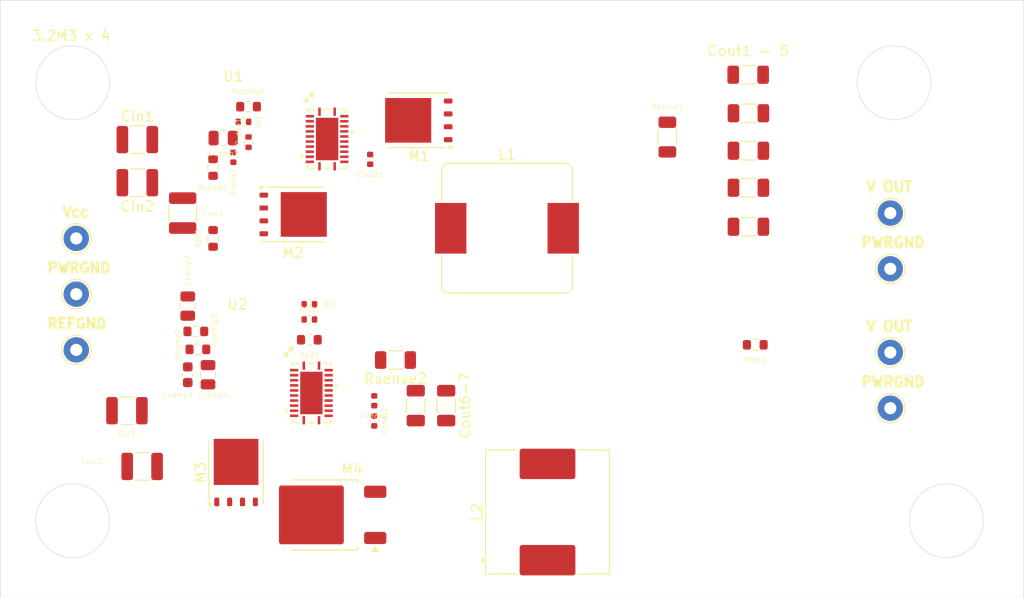
<source format=kicad_pcb>
(kicad_pcb (version 20241229) (generator "pcbnew") (generator_version "9.0")
  (layers (0 "F.Cu" signal) (4 "In1.Cu" mixed) (6 "In2.Cu" mixed) (2 "B.Cu" signal) (13 "F.Paste" user) (15 "B.Paste" user) (5 "F.SilkS" user "F.Silkscreen") (7 "B.SilkS" user "B.Silkscreen") (1 "F.Mask" user) (3 "B.Mask" user) (25 "Edge.Cuts" user))
  (net 0 "")
  (net 1 "Net-(U1-CBOOT)")
  (net 2 "Net-(M2-D)")
  (net 3 "Net-(M4-D)")
  (net 4 "Net-(U2-CBOOT)")
  (net 5 "GNDREF")
  (net 6 "Net-(Ccomp1-Pad1)")
  (net 7 "Net-(U1-EXTCOMP)")
  (net 8 "Net-(Ccomp3-Pad2)")
  (net 9 "Net-(U2-EXTCOMP)")
  (net 10 "GNDPWR")
  (net 11 "VCC")
  (net 12 "Net-(Con2-Pin_1)")
  (net 13 "Net-(Con3-Pin_1)")
  (net 14 "Net-(U1-VCC)")
  (net 15 "Net-(U2-VCC)")
  (net 16 "Net-(U1-PFM{slash}SYNC)")
  (net 17 "Net-(U2-PFM{slash}SYNC)")
  (net 18 "Net-(U1-ISNS+)")
  (net 19 "Net-(U2-ISNS+)")
  (net 20 "Net-(M1-G)")
  (net 21 "Net-(M2-G)")
  (net 22 "Net-(M3-G)")
  (net 23 "Net-(M4-G)")
  (net 24 "Net-(U1-CNFG)")
  (net 25 "Net-(U2-CNFG)")
  (net 26 "Net-(U2-FB)")
  (net 27 "Net-(U1-PG{slash}SYNCOUT)")
  (net 28 "Net-(U2-PG{slash}SYNCOUT)")
  (net 29 "Net-(U1-RT)")
  (net 30 "Net-(U2-RT)")
  (net 31 "Net-(U1-FB)")
  (footprint "Resistor_SMD:R_0402_1005Metric" (layer "F.Cu") (at 70 50 180)
    (property "Reference" "Rfbt1" (at 0 1 0) (layer "F.SilkS") (effects (font (size 0.5 0.5) (thickness 0.05))))
    (property "Value" "232K")
    (fp_line (start -0.153641 0.38) (end 0.153641 0.38) (stroke (width 0.12)) (layer "F.SilkS"))
    (fp_line (start -0.153641 -0.38) (end 0.153641 -0.38) (stroke (width 0.12)) (layer "F.SilkS"))
    (pad "1" smd roundrect (at -0.51 0 180) (size 0.54 0.64) (layers "F.Cu" "F.Mask" "F.Paste") (net 13 "Net-(Con3-Pin_1)"))
    (pad "2" smd roundrect (at 0.51 0 180) (size 0.54 0.64) (layers "F.Cu" "F.Mask" "F.Paste") (net 26 "Net-(U2-FB)"))
  )
  (footprint "Resistor_SMD:R_0603_1608Metric" (layer "F.Cu") (at 70 52)
    (property "Reference" "Rpg2" (at 0 1.5 0) (layer "F.SilkS") (effects (font (size 0.5 0.5) (thickness 0.05))))
    (property "Value" "100k")
    (fp_line (start -0.237258 -0.5225) (end 0.237258 -0.5225) (stroke (width 0.12)) (layer "F.SilkS"))
    (fp_line (start -0.237258 0.5225) (end 0.237258 0.5225) (stroke (width 0.12)) (layer "F.SilkS"))
    (pad "1" smd roundrect (at -0.825 0) (size 0.8 0.95) (layers "F.Cu" "F.Mask" "F.Paste") (net 15 "Net-(U2-VCC)"))
    (pad "2" smd roundrect (at 0.825 0) (size 0.8 0.95) (layers "F.Cu" "F.Mask" "F.Paste") (net 28 "Net-(U2-PG{slash}SYNCOUT)"))
  )
  (footprint "Capacitor_SMD:C_0402_1005Metric" (layer "F.Cu") (at 76.4036 58.02 -90)
    (property "Reference" "Cvdda2" (at 1.5 0 180) (layer "F.SilkS") (effects (font (size 0.5 0.5) (thickness 0.05))))
    (property "Value" "100n")
    (fp_line (start -0.107836 0.36) (end 0.107836 0.36) (stroke (width 0.12)) (layer "F.SilkS"))
    (fp_line (start -0.107836 -0.36) (end 0.107836 -0.36) (stroke (width 0.12)) (layer "F.SilkS"))
    (pad "1" smd roundrect (at -0.48 0 270) (size 0.56 0.62) (layers "F.Cu" "F.Mask" "F.Paste") (net 17 "Net-(U2-PFM{slash}SYNC)"))
    (pad "2" smd roundrect (at 0.48 0 270) (size 0.56 0.62) (layers "F.Cu" "F.Mask" "F.Paste") (net 5 "GNDREF"))
  )
  (footprint "Capacitor_SMD:C_0402_1005Metric" (layer "F.Cu") (at 76.4036 60.02 -90)
    (property "Reference" "Cboot2" (at 0 -1 90) (layer "F.SilkS") (effects (font (size 0.5 0.5) (thickness 0.05))))
    (property "Value" "100n")
    (fp_line (start -0.107836 0.36) (end 0.107836 0.36) (stroke (width 0.12)) (layer "F.SilkS"))
    (fp_line (start -0.107836 -0.36) (end 0.107836 -0.36) (stroke (width 0.12)) (layer "F.SilkS"))
    (pad "1" smd roundrect (at -0.48 0 270) (size 0.56 0.62) (layers "F.Cu" "F.Mask" "F.Paste") (net 4 "Net-(U2-CBOOT)"))
    (pad "2" smd roundrect (at 0.48 0 270) (size 0.56 0.62) (layers "F.Cu" "F.Mask" "F.Paste") (net 3 "Net-(M4-D)"))
  )
  (footprint "Resistor_SMD:R_0402_1005Metric" (layer "F.Cu") (at 70 48.5 180)
    (property "Reference" "Rt2" (at -2 0 0) (layer "F.SilkS") (effects (font (size 0.5 0.5) (thickness 0.05))))
    (property "Value" "29.4K")
    (fp_line (start -0.153641 0.38) (end 0.153641 0.38) (stroke (width 0.12)) (layer "F.SilkS"))
    (fp_line (start -0.153641 -0.38) (end 0.153641 -0.38) (stroke (width 0.12)) (layer "F.SilkS"))
    (pad "1" smd roundrect (at -0.51 0 180) (size 0.54 0.64) (layers "F.Cu" "F.Mask" "F.Paste") (net 5 "GNDREF"))
    (pad "2" smd roundrect (at 0.51 0 180) (size 0.54 0.64) (layers "F.Cu" "F.Mask" "F.Paste") (net 30 "Net-(U2-RT)"))
  )
  (footprint "Capacitor_SMD:C_0805_2012Metric" (layer "F.Cu") (at 60 55.45 90)
    (property "Reference" "Ccomp4" (at -2 0.5 180) (layer "F.SilkS") (effects (font (size 0.5 0.5) (thickness 0.05))))
    (property "Value" "68p")
    (fp_line (start -0.261252 -0.735) (end 0.261252 -0.735) (stroke (width 0.12)) (layer "F.SilkS"))
    (fp_line (start -0.261252 0.735) (end 0.261252 0.735) (stroke (width 0.12)) (layer "F.SilkS"))
    (pad "1" smd roundrect (at -0.95 0 90) (size 1 1.45) (layers "F.Cu" "F.Mask" "F.Paste") (net 5 "GNDREF"))
    (pad "2" smd roundrect (at 0.95 0 90) (size 1 1.45) (layers "F.Cu" "F.Mask" "F.Paste") (net 9 "Net-(U2-EXTCOMP)"))
  )
  (footprint "Capacitor_SMD:C_1210_3225Metric" (layer "F.Cu") (at 52 59 180)
    (property "Reference" "Cin3" (at 0 -2.3 0) (layer "F.SilkS") (effects (font (size 0.5 0.5) (thickness 0.05))))
    (property "Value" "3.3u")
    (fp_line (start -0.711252 1.36) (end 0.711252 1.36) (stroke (width 0.12)) (layer "F.SilkS"))
    (fp_line (start -0.711252 -1.36) (end 0.711252 -1.36) (stroke (width 0.12)) (layer "F.SilkS"))
    (pad "1" smd roundrect (at -1.475 0 180) (size 1.15 2.7) (layers "F.Cu" "F.Mask" "F.Paste") (roundrect_rratio 0.217391) (net 11 "VCC"))
    (pad "2" smd roundrect (at 1.475 0 180) (size 1.15 2.7) (layers "F.Cu" "F.Mask" "F.Paste") (roundrect_rratio 0.217391) (net 10 "GNDPWR"))
  )
  (footprint "Resistor_SMD:R_0603_1608Metric" (layer "F.Cu") (at 114 52.5)
    (property "Reference" "Rfbb1" (at 0 1.5 0) (layer "F.SilkS") (effects (font (size 0.5 0.5) (thickness 0.05))))
    (property "Value" "10K")
    (fp_line (start -0.237258 -0.5225) (end 0.237258 -0.5225) (stroke (width 0.12)) (layer "F.SilkS"))
    (fp_line (start -0.237258 0.5225) (end 0.237258 0.5225) (stroke (width 0.12)) (layer "F.SilkS"))
    (pad "1" smd roundrect (at -0.825 0) (size 0.8 0.95) (layers "F.Cu" "F.Mask" "F.Paste") (net 26 "Net-(U2-FB)"))
    (pad "2" smd roundrect (at 0.825 0) (size 0.8 0.95) (layers "F.Cu" "F.Mask" "F.Paste") (net 10 "GNDPWR"))
  )
  (footprint "Wire Holes:Vout Holed" (layer "F.Cu") (at 127.325 39.5)
    (property "Reference" "Con2" (hide yes))
    (property "Value" "12V Out" (hide yes))
    (fp_circle (center 0 0) (end 0 1.45) (stroke (width 0.12)) (fill no) (layer "F.SilkS"))
    (fp_circle (center 0 5.5) (end 0 6.95) (stroke (width 0.12)) (fill no) (layer "F.SilkS"))
    (fp_text user "V OUT" (at -2.5 -2 0) (layer "F.SilkS") (effects (font (thickness 0.25) (bold yes)) (justify left bottom)))
    (fp_text user "PWRGND" (at -3 3.5 0) (layer "F.SilkS") (effects (font (thickness 0.25) (bold yes)) (justify left bottom)))
    (pad "1" thru_hole circle (at 0 0) (size 2.5 2.5) (drill 1.2) (layers "*.Cu" "*.Mask") (net 12 "Net-(Con2-Pin_1)"))
    (pad "2" thru_hole circle (at 0 5.5) (size 2.5 2.5) (drill 1.2) (layers "*.Cu" "*.Mask") (net 10 "GNDPWR"))
  )
  (footprint "Resistor_SMD:R_0603_1608Metric" (layer "F.Cu") (at 58.8 51.175)
    (property "Reference" "Rconfig2" (at 1.825 0 90) (layer "F.SilkS") (effects (font (size 0.5 0.5) (thickness 0.05))))
    (property "Value" "40.2K")
    (fp_line (start -0.237258 -0.5225) (end 0.237258 -0.5225) (stroke (width 0.12)) (layer "F.SilkS"))
    (fp_line (start -0.237258 0.5225) (end 0.237258 0.5225) (stroke (width 0.12)) (layer "F.SilkS"))
    (pad "1" smd roundrect (at -0.825 0) (size 0.8 0.95) (layers "F.Cu" "F.Mask" "F.Paste") (net 5 "GNDREF"))
    (pad "2" smd roundrect (at 0.825 0) (size 0.8 0.95) (layers "F.Cu" "F.Mask" "F.Paste") (net 25 "Net-(U2-CNFG)"))
  )
  (footprint "Resistor_SMD:R_0603_1608Metric" (layer "F.Cu") (at 60.5 42 -90)
    (property "Reference" "Rpg1" (at 0 1.5 90) (layer "F.SilkS") (effects (font (size 0.5 0.5) (thickness 0.05))))
    (property "Value" "100K")
    (fp_line (start -0.237258 0.5225) (end 0.237258 0.5225) (stroke (width 0.12)) (layer "F.SilkS"))
    (fp_line (start -0.237258 -0.5225) (end 0.237258 -0.5225) (stroke (width 0.12)) (layer "F.SilkS"))
    (pad "1" smd roundrect (at -0.825 0 270) (size 0.8 0.95) (layers "F.Cu" "F.Mask" "F.Paste") (net 14 "Net-(U1-VCC)"))
    (pad "2" smd roundrect (at 0.825 0 270) (size 0.8 0.95) (layers "F.Cu" "F.Mask" "F.Paste") (net 27 "Net-(U1-PG{slash}SYNCOUT)"))
  )
  (footprint "Package_TO_SOT_SMD:TO-252-2" (layer "F.Cu") (at 71.46 69.28 180)
    (property "Reference" "M4" (at -2.74 4.5 0) (layer "F.SilkS"))
    (property "Value" "100V 200A")
    (fp_line (start 3.11 3.45) (end -3.31 3.45) (stroke (width 0.12)) (layer "F.SilkS"))
    (fp_line (start 3.11 -3.45) (end -3.31 -3.45) (stroke (width 0.12)) (layer "F.SilkS"))
    (fp_line (start -3.31 3.45) (end -3.31 3.18) (stroke (width 0.12)) (layer "F.SilkS"))
    (fp_line (start -3.31 -3.45) (end -3.31 -3.18) (stroke (width 0.12)) (layer "F.SilkS"))
    (fp_poly (pts (xy -5.04 -3.14) (xy -5.38 -3.61) (xy -4.7 -3.61)) (stroke (width 0.12)) (fill yes) (layer "F.SilkS"))
    (pad "1" smd roundrect (at -5.04 -2.28 180) (size 2.2 1.2) (layers "F.Cu" "F.Mask" "F.Paste") (roundrect_rratio 0.208333) (net 23 "Net-(M4-G)"))
    (pad "2" smd roundrect (at 1.26 0 180) (size 6.4 5.8) (layers "F.Cu" "F.Mask") (roundrect_rratio 0.043103) (net 3 "Net-(M4-D)"))
    (pad "3" smd roundrect (at -5.04 2.28 180) (size 2.2 1.2) (layers "F.Cu" "F.Mask" "F.Paste") (roundrect_rratio 0.208333) (net 10 "GNDPWR"))
  )
  (footprint "Capacitor_SMD:C_1206_3216Metric" (layer "F.Cu") (at 80.5 58.5 -90)
    (property "Reference" "Cout7" (hide yes))
    (property "Value" "4.7u")
    (fp_line (start -0.711252 0.91) (end 0.711252 0.91) (stroke (width 0.12)) (layer "F.SilkS"))
    (fp_line (start -0.711252 -0.91) (end 0.711252 -0.91) (stroke (width 0.12)) (layer "F.SilkS"))
    (pad "1" smd roundrect (at -1.475 0 270) (size 1.15 1.8) (layers "F.Cu" "F.Mask" "F.Paste") (roundrect_rratio 0.217391) (net 13 "Net-(Con3-Pin_1)"))
    (pad "2" smd roundrect (at 1.475 0 270) (size 1.15 1.8) (layers "F.Cu" "F.Mask" "F.Paste") (roundrect_rratio 0.217391) (net 10 "GNDPWR"))
  )
  (footprint "Resistor_SMD:R_0603_1608Metric" (layer "F.Cu") (at 59 52.95)
    (property "Reference" "Rcomp2" (at -2 -0.5 90) (layer "F.SilkS") (effects (font (size 0.5 0.5) (thickness 0.05))))
    (property "Value" "5.23k")
    (fp_line (start -0.237258 -0.5225) (end 0.237258 -0.5225) (stroke (width 0.12)) (layer "F.SilkS"))
    (fp_line (start -0.237258 0.5225) (end 0.237258 0.5225) (stroke (width 0.12)) (layer "F.SilkS"))
    (pad "1" smd roundrect (at -0.825 0) (size 0.8 0.95) (layers "F.Cu" "F.Mask" "F.Paste") (net 8 "Net-(Ccomp3-Pad2)"))
    (pad "2" smd roundrect (at 0.825 0) (size 0.8 0.95) (layers "F.Cu" "F.Mask" "F.Paste") (net 9 "Net-(U2-EXTCOMP)"))
  )
  (footprint "Package_TO_SOT_SMD:TDSON-8-1" (layer "F.Cu") (at 80.8 30.35 180)
    (property "Reference" "M1" (at 0 -3.5 0) (layer "F.SilkS"))
    (property "Value" "80V 77A")
    (fp_line (start 3.06 2.685) (end -3.06 2.685) (stroke (width 0.12)) (layer "F.SilkS"))
    (fp_line (start 3.06 -2.685) (end -2.62 -2.685) (stroke (width 0.12)) (layer "F.SilkS"))
    (fp_poly (pts (xy -3.131622 -2.42027) (xy -3.371622 -2.75027) (xy -2.891622 -2.75027) (xy -3.131622 -2.42027)) (stroke (width 0.12)) (fill yes) (layer "F.SilkS"))
    (pad "1" smd roundrect (at -2.9 -1.905 180) (size 0.85 0.5) (layers "F.Cu" "F.Mask" "F.Paste") (net 2 "Net-(M2-D)"))
    (pad "2" smd roundrect (at -2.9 -0.635 180) (size 0.85 0.5) (layers "F.Cu" "F.Mask" "F.Paste") (net 2 "Net-(M2-D)"))
    (pad "3" smd roundrect (at -2.9 0.635 180) (size 0.85 0.5) (layers "F.Cu" "F.Mask" "F.Paste") (net 2 "Net-(M2-D)"))
    (pad "4" smd roundrect (at -2.9 1.905 180) (size 0.85 0.5) (layers "F.Cu" "F.Mask" "F.Paste") (net 20 "Net-(M1-G)"))
    (pad "5" smd rect (at 1.05 0 180) (size 4.55 4.41) (layers "F.Cu") (net 11 "VCC"))
  )
  (footprint "Resistor_SMD:R_1206_3216Metric" (layer "F.Cu") (at 105.325 32 -90)
    (property "Reference" "Rsense1" (at -3 0 0) (layer "F.SilkS") (effects (font (size 0.5 0.5) (thickness 0.05))))
    (property "Value" "6m")
    (fp_line (start -0.727064 0.91) (end 0.727064 0.91) (stroke (width 0.12)) (layer "F.SilkS"))
    (fp_line (start -0.727064 -0.91) (end 0.727064 -0.91) (stroke (width 0.12)) (layer "F.SilkS"))
    (pad "1" smd roundrect (at -1.4625 0 270) (size 1.125 1.75) (layers "F.Cu" "F.Mask" "F.Paste") (roundrect_rratio 0.222222) (net 18 "Net-(U1-ISNS+)"))
    (pad "2" smd roundrect (at 1.4625 0 270) (size 1.125 1.75) (layers "F.Cu" "F.Mask" "F.Paste") (roundrect_rratio 0.222222) (net 12 "Net-(Con2-Pin_1)"))
  )
  (footprint "Inductor_SMD:L_Coilcraft_MSS1210-XXX" (layer "F.Cu") (at 93.5 69 90)
    (property "Reference" "L2" (at 0 -6.95 90) (layer "F.SilkS"))
    (property "Value" "10u")
    (fp_line (start 6.11 -6.11) (end 6.11 -3.01) (stroke (width 0.12)) (layer "F.SilkS"))
    (fp_line (start -4.453 -6.11) (end 6.11 -6.11) (stroke (width 0.12)) (layer "F.SilkS"))
    (fp_line (start -6.11 -6.11) (end -5.047 -6.11) (stroke (width 0.12)) (layer "F.SilkS"))
    (fp_line (start -6.11 -3.01) (end -6.11 -6.11) (stroke (width 0.12)) (layer "F.SilkS"))
    (fp_line (start 6.11 3.01) (end 6.11 6.11) (stroke (width 0.12)) (layer "F.SilkS"))
    (fp_line (start 6.11 6.11) (end -6.11 6.11) (stroke (width 0.12)) (layer "F.SilkS"))
    (fp_line (start -6.11 6.11) (end -6.11 3.01) (stroke (width 0.12)) (layer "F.SilkS"))
    (fp_poly (pts (xy -4.75 -6.11) (xy -4.99 -6.44) (xy -4.51 -6.44)) (stroke (width 0.12)) (fill yes) (layer "F.SilkS"))
    (pad "1" smd roundrect (at -4.75 0 90) (size 3 5.5) (layers "F.Cu" "F.Mask" "F.Paste") (roundrect_rratio 0.083333) (net 3 "Net-(M4-D)"))
    (pad "2" smd roundrect (at 4.75 0 90) (size 3 5.5) (layers "F.Cu" "F.Mask" "F.Paste") (roundrect_rratio 0.083333) (net 19 "Net-(U2-ISNS+)"))
  )
  (footprint "Resistor_SMD:R_0603_1608Metric" (layer "F.Cu") (at 60.5 35 -90)
    (property "Reference" "Rcomp1" (at 2 0 0) (layer "F.SilkS") (effects (font (size 0.5 0.5) (thickness 0.05))))
    (property "Value" "4.7K")
    (fp_line (start -0.237258 0.5225) (end 0.237258 0.5225) (stroke (width 0.12)) (layer "F.SilkS"))
    (fp_line (start -0.237258 -0.5225) (end 0.237258 -0.5225) (stroke (width 0.12)) (layer "F.SilkS"))
    (pad "1" smd roundrect (at -0.825 0 270) (size 0.8 0.95) (layers "F.Cu" "F.Mask" "F.Paste") (net 6 "Net-(Ccomp1-Pad1)"))
    (pad "2" smd roundrect (at 0.825 0 270) (size 0.8 0.95) (layers "F.Cu" "F.Mask" "F.Paste") (net 7 "Net-(U1-EXTCOMP)"))
  )
  (footprint "Capacitor_SMD:C_0805_2012Metric" (layer "F.Cu") (at 61.5 32.1)
    (property "Reference" "Ccomp1" (at 0 1.5 0) (layer "F.SilkS") (effects (font (size 0.5 0.5) (thickness 0.05))))
    (property "Value" "3.9n")
    (fp_line (start -0.261252 -0.735) (end 0.261252 -0.735) (stroke (width 0.12)) (layer "F.SilkS"))
    (fp_line (start -0.261252 0.735) (end 0.261252 0.735) (stroke (width 0.12)) (layer "F.SilkS"))
    (pad "1" smd roundrect (at -0.95 0) (size 1 1.45) (layers "F.Cu" "F.Mask" "F.Paste") (net 6 "Net-(Ccomp1-Pad1)"))
    (pad "2" smd roundrect (at 0.95 0) (size 1 1.45) (layers "F.Cu" "F.Mask" "F.Paste") (net 5 "GNDREF"))
  )
  (footprint "Capacitor_SMD:C_1210_3225Metric" (layer "F.Cu") (at 53.025 32.25)
    (property "Reference" "Cin1" (at 0 -2.3 0) (layer "F.SilkS"))
    (property "Value" "2.2u")
    (fp_line (start -0.711252 -1.36) (end 0.711252 -1.36) (stroke (width 0.12)) (layer "F.SilkS"))
    (fp_line (start -0.711252 1.36) (end 0.711252 1.36) (stroke (width 0.12)) (layer "F.SilkS"))
    (pad "1" smd roundrect (at -1.475 0) (size 1.15 2.7) (layers "F.Cu" "F.Mask" "F.Paste") (roundrect_rratio 0.217391) (net 11 "VCC"))
    (pad "2" smd roundrect (at 1.475 0) (size 1.15 2.7) (layers "F.Cu" "F.Mask" "F.Paste") (roundrect_rratio 0.217391) (net 10 "GNDPWR"))
  )
  (footprint "Capacitor_SMD:C_1206_3216Metric" (layer "F.Cu") (at 113.325 29.65)
    (property "Reference" "Cout2" (hide yes))
    (property "Value" "10u")
    (fp_line (start -0.711252 -0.91) (end 0.711252 -0.91) (stroke (width 0.12)) (layer "F.SilkS"))
    (fp_line (start -0.711252 0.91) (end 0.711252 0.91) (stroke (width 0.12)) (layer "F.SilkS"))
    (pad "1" smd roundrect (at -1.475 0) (size 1.15 1.8) (layers "F.Cu" "F.Mask" "F.Paste") (roundrect_rratio 0.217391) (net 12 "Net-(Con2-Pin_1)"))
    (pad "2" smd roundrect (at 1.475 0) (size 1.15 1.8) (layers "F.Cu" "F.Mask" "F.Paste") (roundrect_rratio 0.217391) (net 10 "GNDPWR"))
  )
  (footprint "Resistor_SMD:R_0603_1608Metric" (layer "F.Cu") (at 64 29)
    (property "Reference" "Rconfig1" (at 0 -1.5 0) (layer "F.SilkS") (effects (font (size 0.5 0.5) (thickness 0.05))))
    (property "Value" "40.2K")
    (fp_line (start -0.237258 -0.5225) (end 0.237258 -0.5225) (stroke (width 0.12)) (layer "F.SilkS"))
    (fp_line (start -0.237258 0.5225) (end 0.237258 0.5225) (stroke (width 0.12)) (layer "F.SilkS"))
    (pad "1" smd roundrect (at -0.825 0) (size 0.8 0.95) (layers "F.Cu" "F.Mask" "F.Paste") (net 5 "GNDREF"))
    (pad "2" smd roundrect (at 0.825 0) (size 0.8 0.95) (layers "F.Cu" "F.Mask" "F.Paste") (net 24 "Net-(U1-CNFG)"))
  )
  (footprint "Capacitor_SMD:C_0805_2012Metric" (layer "F.Cu") (at 58 48.675 -90)
    (property "Reference" "Ccomp2" (at -3.5 0 90) (layer "F.SilkS") (effects (font (size 0.5 0.5) (thickness 0.05))))
    (property "Value" "100p")
    (fp_line (start -0.261252 0.735) (end 0.261252 0.735) (stroke (width 0.12)) (layer "F.SilkS"))
    (fp_line (start -0.261252 -0.735) (end 0.261252 -0.735) (stroke (width 0.12)) (layer "F.SilkS"))
    (pad "1" smd roundrect (at -0.95 0 270) (size 1 1.45) (layers "F.Cu" "F.Mask" "F.Paste") (net 7 "Net-(U1-EXTCOMP)"))
    (pad "2" smd roundrect (at 0.95 0 270) (size 1 1.45) (layers "F.Cu" "F.Mask" "F.Paste") (net 5 "GNDREF"))
  )
  (footprint "Resistor_SMD:R_0402_1005Metric" (layer "F.Cu") (at 64 32.5 -90)
    (property "Reference" "Rvdda1" (at -1.01 1 90) (layer "F.SilkS") (effects (font (size 0.5 0.5) (thickness 0.05))))
    (property "Value" "47.5K")
    (fp_line (start -0.153641 0.38) (end 0.153641 0.38) (stroke (width 0.12)) (layer "F.SilkS"))
    (fp_line (start -0.153641 -0.38) (end 0.153641 -0.38) (stroke (width 0.12)) (layer "F.SilkS"))
    (pad "1" smd roundrect (at -0.51 0 270) (size 0.54 0.64) (layers "F.Cu" "F.Mask" "F.Paste") (net 31 "Net-(U1-FB)"))
    (pad "2" smd roundrect (at 0.51 0 270) (size 0.54 0.64) (layers "F.Cu" "F.Mask" "F.Paste") (net 16 "Net-(U1-PFM{slash}SYNC)"))
  )
  (footprint "Wire Holes:Vin Holes" (layer "F.Cu") (at 47 42)
    (property "Reference" "Con1" (hide yes))
    (property "Value" "Battery In" (hide yes))
    (fp_circle (center 0 0) (end 0 1.45) (stroke (width 0.12)) (fill no) (layer "F.SilkS"))
    (fp_circle (center 0 5.5) (end 0 6.95) (stroke (width 0.12)) (fill no) (layer "F.SilkS"))
    (fp_circle (center 0 11) (end 0 12.45) (stroke (width 0.12)) (fill no) (layer "F.SilkS"))
    (fp_text user "PWRGND" (at -3 3.5 0) (layer "F.SilkS") (effects (font (thickness 0.25) (bold yes)) (justify left bottom)))
    (fp_text user "REFGND" (at -3 9 0) (layer "F.SilkS") (effects (font (thickness 0.25) (bold yes)) (justify left bottom)))
    (fp_text user "Vcc" (at -1.5 -2 0) (layer "F.SilkS") (effects (font (thickness 0.25) (bold yes)) (justify left bottom)))
    (pad "1" thru_hole circle (at 0 0) (size 2.5 2.5) (drill 1.2) (layers "*.Cu" "*.Mask") (net 11 "VCC"))
    (pad "2" thru_hole circle (at 0 5.5) (size 2.5 2.5) (drill 1.2) (layers "*.Cu" "*.Mask") (net 10 "GNDPWR"))
    (pad "3" thru_hole circle (at 0 11) (size 2.5 2.5) (drill 1.2) (layers "*.Cu" "*.Mask") (net 5 "GNDREF"))
  )
  (footprint "Wire Holes:Vout Holed" (layer "F.Cu") (at 127.325 53.25)
    (property "Reference" "Con3" (hide yes))
    (property "Value" "19.5V Out" (hide yes))
    (fp_circle (center 0 0) (end 0 1.45) (stroke (width 0.12)) (fill no) (layer "F.SilkS"))
    (fp_circle (center 0 5.5) (end 0 6.95) (stroke (width 0.12)) (fill no) (layer "F.SilkS"))
    (fp_text user "V OUT" (at -2.5 -2 0) (layer "F.SilkS") (effects (font (thickness 0.25) (bold yes)) (justify left bottom)))
    (fp_text user "PWRGND" (at -3 3.5 0) (layer "F.SilkS") (effects (font (thickness 0.25) (bold yes)) (justify left bottom)))
    (pad "1" thru_hole circle (at 0 0) (size 2.5 2.5) (drill 1.2) (layers "*.Cu" "*.Mask") (net 13 "Net-(Con3-Pin_1)"))
    (pad "2" thru_hole circle (at 0 5.5) (size 2.5 2.5) (drill 1.2) (layers "*.Cu" "*.Mask") (net 10 "GNDPWR"))
  )
  (footprint "Inductor_SMD:L_Bourns_SRP1245A" (layer "F.Cu") (at 89.5 41)
    (property "Reference" "L1" (at 0 -7.25 0) (layer "F.SilkS"))
    (property "Value" "6.8u")
    (fp_line (start -6.45 -5.75) (end -6.45 -2.8) (stroke (width 0.12)) (layer "F.SilkS"))
    (fp_line (start -6.45 2.8) (end -6.45 5.7) (stroke (width 0.12)) (layer "F.SilkS"))
    (fp_line (start -5.75 -6.4) (end 5.75 -6.4) (stroke (width 0.12)) (layer "F.SilkS"))
    (fp_line (start 5.75 6.4) (end -5.75 6.4) (stroke (width 0.12)) (layer "F.SilkS"))
    (fp_line (start 6.45 -5.7) (end 6.45 -2.8) (stroke (width 0.12)) (layer "F.SilkS"))
    (fp_line (start 6.45 2.8) (end 6.45 5.7) (stroke (width 0.12)) (layer "F.SilkS"))
    (fp_arc (start -6.45 -5.7) (mid -6.244975 -6.194975) (end -5.75 -6.4) (stroke (width 0.12)) (layer "F.SilkS"))
    (fp_arc (start -5.75 6.4) (mid -6.244975 6.194975) (end -6.45 5.7) (stroke (width 0.12)) (layer "F.SilkS"))
    (fp_arc (start 5.75 -6.4) (mid 6.244975 -6.194975) (end 6.45 -5.7) (stroke (width 0.12)) (layer "F.SilkS"))
    (fp_arc (start 6.45 5.7) (mid 6.244975 6.194975) (end 5.75 6.4) (stroke (width 0.12)) (layer "F.SilkS"))
    (pad "1" smd rect (at -5.55 0) (size 3.1 5) (layers "F.Cu" "F.Mask" "F.Paste") (net 2 "Net-(M2-D)"))
    (pad "2" smd rect (at 5.55 0) (size 3.1 5) (layers "F.Cu" "F.Mask" "F.Paste") (net 18 "Net-(U1-ISNS+)"))
  )
  (footprint "Capacitor_SMD:C_1206_3216Metric" (layer "F.Cu") (at 83.5 58.5 -90)
    (property "Reference" "Cout6-7" (at 0 -1.85 90) (layer "F.SilkS"))
    (property "Value" "4.7u")
    (fp_line (start -0.711252 0.91) (end 0.711252 0.91) (stroke (width 0.12)) (layer "F.SilkS"))
    (fp_line (start -0.711252 -0.91) (end 0.711252 -0.91) (stroke (width 0.12)) (layer "F.SilkS"))
    (pad "1" smd roundrect (at -1.475 0 270) (size 1.15 1.8) (layers "F.Cu" "F.Mask" "F.Paste") (roundrect_rratio 0.217391) (net 13 "Net-(Con3-Pin_1)"))
    (pad "2" smd roundrect (at 1.475 0 270) (size 1.15 1.8) (layers "F.Cu" "F.Mask" "F.Paste") (roundrect_rratio 0.217391) (net 10 "GNDPWR"))
  )
  (footprint "Capacitor_SMD:C_1206_3216Metric" (layer "F.Cu") (at 113.325 33.35)
    (property "Reference" "Cout3" (hide yes))
    (property "Value" "10u")
    (fp_line (start -0.711252 -0.91) (end 0.711252 -0.91) (stroke (width 0.12)) (layer "F.SilkS"))
    (fp_line (start -0.711252 0.91) (end 0.711252 0.91) (stroke (width 0.12)) (layer "F.SilkS"))
    (pad "1" smd roundrect (at -1.475 0) (size 1.15 1.8) (layers "F.Cu" "F.Mask" "F.Paste") (roundrect_rratio 0.217391) (net 12 "Net-(Con2-Pin_1)"))
    (pad "2" smd roundrect (at 1.475 0) (size 1.15 1.8) (layers "F.Cu" "F.Mask" "F.Paste") (roundrect_rratio 0.217391) (net 10 "GNDPWR"))
  )
  (footprint "Capacitor_SMD:C_1206_3216Metric" (layer "F.Cu") (at 113.325 37)
    (property "Reference" "Cout4" (hide yes))
    (property "Value" "10u")
    (fp_line (start -0.711252 -0.91) (end 0.711252 -0.91) (stroke (width 0.12)) (layer "F.SilkS"))
    (fp_line (start -0.711252 0.91) (end 0.711252 0.91) (stroke (width 0.12)) (layer "F.SilkS"))
    (pad "1" smd roundrect (at -1.475 0) (size 1.15 1.8) (layers "F.Cu" "F.Mask" "F.Paste") (roundrect_rratio 0.217391) (net 12 "Net-(Con2-Pin_1)"))
    (pad "2" smd roundrect (at 1.475 0) (size 1.15 1.8) (layers "F.Cu" "F.Mask" "F.Paste") (roundrect_rratio 0.217391) (net 10 "GNDPWR"))
  )
  (footprint "Resistor_SMD:R_0402_1005Metric" (layer "F.Cu") (at 63.5 30.5)
    (property "Reference" "Rt1" (at 1.5 0 90) (layer "F.SilkS") (effects (font (size 0.5 0.5) (thickness 0.05))))
    (property "Value" "39K")
    (fp_line (start -0.153641 -0.38) (end 0.153641 -0.38) (stroke (width 0.12)) (layer "F.SilkS"))
    (fp_line (start -0.153641 0.38) (end 0.153641 0.38) (stroke (width 0.12)) (layer "F.SilkS"))
    (pad "1" smd roundrect (at -0.51 0) (size 0.54 0.64) (layers "F.Cu" "F.Mask" "F.Paste") (net 5 "GNDREF"))
    (pad "2" smd roundrect (at 0.51 0) (size 0.54 0.64) (layers "F.Cu" "F.Mask" "F.Paste") (net 29 "Net-(U1-RT)"))
  )
  (footprint "LM5149:VQFN24_RGY_TEX" (layer "F.Cu") (at 71.750001 32.1924)
    (property "Reference" "U1" (at -9.249999 -6.1924 0) (layer "F.SilkS"))
    (property "Value" "LM5149RGYR")
    (fp_line (start -1.9304 -2.921) (end -1.9304 -2.709741) (stroke (width 0.1524)) (layer "F.SilkS"))
    (fp_line (start -1.9304 2.709741) (end -1.9304 2.921) (stroke (width 0.1524)) (layer "F.SilkS"))
    (fp_line (start -1.9304 2.921) (end -1.209741 2.921) (stroke (width 0.1524)) (layer "F.SilkS"))
    (fp_line (start -1.209741 -2.921) (end -1.9304 -2.921) (stroke (width 0.1524)) (layer "F.SilkS"))
    (fp_line (start -0.290261 2.921) (end 0.290261 2.921) (stroke (width 0.1524)) (layer "F.SilkS"))
    (fp_line (start 0.290261 -2.921) (end -0.290261 -2.921) (stroke (width 0.1524)) (layer "F.SilkS"))
    (fp_line (start 1.209741 2.921) (end 1.9304 2.921) (stroke (width 0.1524)) (layer "F.SilkS"))
    (fp_line (start 1.9304 -2.921) (end 1.209741 -2.921) (stroke (width 0.1524)) (layer "F.SilkS"))
    (fp_line (start 1.9304 -2.709741) (end 1.9304 -2.921) (stroke (width 0.1524)) (layer "F.SilkS"))
    (fp_line (start 1.9304 2.921) (end 1.9304 2.709741) (stroke (width 0.1524)) (layer "F.SilkS"))
    (fp_poly (pts (xy -2.6162 1.559499) (xy -2.6162 1.940499) (xy -2.3622 1.940499) (xy -2.3622 1.559499)) (fill yes) (layer "F.SilkS"))
    (fp_poly (pts (xy 2.6162 -0.940501) (xy 2.6162 -0.559501) (xy 2.3622 -0.559501) (xy 2.3622 -0.940501)) (fill yes) (layer "F.SilkS"))
    (fp_text user "*" (at -1.5 -4 0) (layer "F.SilkS"))
    (fp_text user "*" (at -2.04 -3.5 0) (layer "F.SilkS"))
    (pad "1" smd rect (at -0.750001 -2.6924) (size 0.254 0.8128) (layers "F.Cu" "F.Mask" "F.Paste") (net 5 "GNDREF"))
    (pad "2" smd rect (at -1.7018 -2.250001 90) (size 0.254 0.8128) (layers "F.Cu" "F.Mask" "F.Paste"))
    (pad "3" smd rect (at -1.7018 -1.749999 90) (size 0.254 0.8128) (layers "F.Cu" "F.Mask" "F.Paste") (net 24 "Net-(U1-CNFG)"))
    (pad "4" smd rect (at -1.7018 -1.25 90) (size 0.254 0.8128) (layers "F.Cu" "F.Mask" "F.Paste") (net 29 "Net-(U1-RT)"))
    (pad "5" smd rect (at -1.7018 -0.750001 90) (size 0.254 0.8128) (layers "F.Cu" "F.Mask" "F.Paste") (net 7 "Net-(U1-EXTCOMP)"))
    (pad "6" smd rect (at -1.7018 -0.25 90) (size 0.254 0.8128) (layers "F.Cu" "F.Mask" "F.Paste") (net 31 "Net-(U1-FB)"))
    (pad "7" smd rect (at -1.7018 0.25 90) (size 0.254 0.8128) (layers "F.Cu" "F.Mask" "F.Paste") (net 5 "GNDREF"))
    (pad "8" smd rect (at -1.7018 0.750001 90) (size 0.254 0.8128) (layers "F.Cu" "F.Mask" "F.Paste") (net 16 "Net-(U1-PFM{slash}SYNC)"))
    (pad "9" smd rect (at -1.7018 1.25 90) (size 0.254 0.8128) (layers "F.Cu" "F.Mask" "F.Paste") (net 14 "Net-(U1-VCC)"))
    (pad "10" smd rect (at -1.7018 1.749999 90) (size 0.254 0.8128) (layers "F.Cu" "F.Mask" "F.Paste") (net 10 "GNDPWR"))
    (pad "11" smd rect (at -1.7018 2.250001 90) (size 0.254 0.8128) (layers "F.Cu" "F.Mask" "F.Paste") (net 21 "Net-(M2-G)"))
    (pad "12" smd rect (at -0.750001 2.6924) (size 0.254 0.8128) (layers "F.Cu" "F.Mask" "F.Paste") (net 11 "VCC"))
    (pad "13" smd rect (at 0.750001 2.6924) (size 0.254 0.8128) (layers "F.Cu" "F.Mask" "F.Paste") (net 20 "Net-(M1-G)"))
    (pad "14" smd rect (at 1.7018 2.250001 90) (size 0.254 0.8128) (layers "F.Cu" "F.Mask" "F.Paste") (net 2 "Net-(M2-D)"))
    (pad "15" smd rect (at 1.7018 1.749999 90) (size 0.254 0.8128) (layers "F.Cu" "F.Mask" "F.Paste") (net 1 "Net-(U1-CBOOT)"))
    (pad "16" smd rect (at 1.7018 1.25 90) (size 0.254 0.8128) (layers "F.Cu" "F.Mask" "F.Paste") (net 5 "GNDREF"))
    (pad "17" smd rect (at 1.7018 0.750001 90) (size 0.254 0.8128) (layers "F.Cu" "F.Mask" "F.Paste") (net 27 "Net-(U1-PG{slash}SYNCOUT)"))
    (pad "18" smd rect (at 1.7018 0.25 90) (size 0.254 0.8128) (layers "F.Cu" "F.Mask" "F.Paste") (net 16 "Net-(U1-PFM{slash}SYNC)"))
    (pad "19" smd rect (at 1.7018 -0.25 90) (size 0.254 0.8128) (layers "F.Cu" "F.Mask" "F.Paste") (net 11 "VCC"))
    (pad "20" smd rect (at 1.7018 -0.750001 90) (size 0.254 0.8128) (layers "F.Cu" "F.Mask" "F.Paste") (net 18 "Net-(U1-ISNS+)"))
    (pad "21" smd rect (at 1.7018 -1.25 90) (size 0.254 0.8128) (layers "F.Cu" "F.Mask" "F.Paste") (net 12 "Net-(Con2-Pin_1)"))
    (pad "22" smd rect (at 1.7018 -1.749999 90) (size 0.254 0.8128) (layers "F.Cu" "F.Mask" "F.Paste"))
    (pad "23" smd rect (at 1.7018 -2.250001 90) (size 0.254 0.8128) (layers "F.Cu" "F.Mask" "F.Paste"))
    (pad "24" smd rect (at 0.750001 -2.6924) (size 0.254 0.8128) (layers "F.Cu" "F.Mask" "F.Paste") (net 5 "GNDREF"))
    (pad "25" smd rect (at 0 0) (size 2.2098 4.191) (layers "F.Cu" "F.Mask" "F.Paste") (net 5 "GNDREF"))
  )
  (footprint "Package_TO_SOT_SMD:TDSON-8-1" (layer "F.Cu") (at 68.4 39.635)
    (property "Reference" "M2" (at 0 3.785 0) (layer "F.SilkS"))
    (property "Value" "80V 77A")
    (fp_line (start 3.06 -2.685) (end -2.62 -2.685) (stroke (width 0.12)) (layer "F.SilkS"))
    (fp_line (start 3.06 2.685) (end -3.06 2.685) (stroke (width 0.12)) (layer "F.SilkS"))
    (fp_poly (pts (xy -3.131622 -2.42027) (xy -3.371622 -2.75027) (xy -2.891622 -2.75027) (xy -3.131622 -2.42027)) (stroke (width 0.12)) (fill yes) (layer "F.SilkS"))
    (pad "1" smd roundrect (at -2.9 -1.905) (size 0.85 0.5) (layers "F.Cu" "F.Mask" "F.Paste") (net 10 "GNDPWR"))
    (pad "2" smd roundrect (at -2.9 -0.635) (size 0.85 0.5) (layers "F.Cu" "F.Mask" "F.Paste") (net 10 "GNDPWR"))
    (pad "3" smd roundrect (at -2.9 0.635) (size 0.85 0.5) (layers "F.Cu" "F.Mask" "F.Paste") (net 10 "GNDPWR"))
    (pad "4" smd roundrect (at -2.9 1.905) (size 0.85 0.5) (layers "F.Cu" "F.Mask" "F.Paste") (net 21 "Net-(M2-G)"))
    (pad "5" smd rect (at 1.05 0) (size 4.55 4.41) (layers "F.Cu") (net 2 "Net-(M2-D)"))
  )
  (footprint "LM5149:VQFN24_RGY_TEX" (layer "F.Cu") (at 70.2018 57.25)
    (property "Reference" "U2" (at -7.2982 -8.75 0) (layer "F.SilkS"))
    (property "Value" "LM5149RGYR")
    (fp_line (start -1.9304 -2.921) (end -1.9304 -2.709741) (stroke (width 0.1524)) (layer "F.SilkS"))
    (fp_line (start -1.9304 2.709741) (end -1.9304 2.921) (stroke (width 0.1524)) (layer "F.SilkS"))
    (fp_line (start -1.9304 2.921) (end -1.209741 2.921) (stroke (width 0.1524)) (layer "F.SilkS"))
    (fp_line (start -1.209741 -2.921) (end -1.9304 -2.921) (stroke (width 0.1524)) (layer "F.SilkS"))
    (fp_line (start -0.290261 2.921) (end 0.290261 2.921) (stroke (width 0.1524)) (layer "F.SilkS"))
    (fp_line (start 0.290261 -2.921) (end -0.290261 -2.921) (stroke (width 0.1524)) (layer "F.SilkS"))
    (fp_line (start 1.209741 2.921) (end 1.9304 2.921) (stroke (width 0.1524)) (layer "F.SilkS"))
    (fp_line (start 1.9304 -2.921) (end 1.209741 -2.921) (stroke (width 0.1524)) (layer "F.SilkS"))
    (fp_line (start 1.9304 -2.709741) (end 1.9304 -2.921) (stroke (width 0.1524)) (layer "F.SilkS"))
    (fp_line (start 1.9304 2.921) (end 1.9304 2.709741) (stroke (width 0.1524)) (layer "F.SilkS"))
    (fp_poly (pts (xy -2.6162 1.559499) (xy -2.6162 1.940499) (xy -2.3622 1.940499) (xy -2.3622 1.559499)) (fill yes) (layer "F.SilkS"))
    (fp_poly (pts (xy 2.6162 -0.940501) (xy 2.6162 -0.559501) (xy 2.3622 -0.559501) (xy 2.3622 -0.940501)) (fill yes) (layer "F.SilkS"))
    (fp_text user "*" (at -2.5 -3.5 0) (layer "F.SilkS"))
    (fp_text user "*" (at -2 -4 0) (layer "F.SilkS"))
    (pad "1" smd rect (at -0.750001 -2.6924) (size 0.254 0.8128) (layers "F.Cu" "F.Mask" "F.Paste") (net 5 "GNDREF"))
    (pad "2" smd rect (at -1.7018 -2.250001 90) (size 0.254 0.8128) (layers "F.Cu" "F.Mask" "F.Paste"))
    (pad "3" smd rect (at -1.7018 -1.749999 90) (size 0.254 0.8128) (layers "F.Cu" "F.Mask" "F.Paste") (net 25 "Net-(U2-CNFG)"))
    (pad "4" smd rect (at -1.7018 -1.25 90) (size 0.254 0.8128) (layers "F.Cu" "F.Mask" "F.Paste") (net 30 "Net-(U2-RT)"))
    (pad "5" smd rect (at -1.7018 -0.750001 90) (size 0.254 0.8128) (layers "F.Cu" "F.Mask" "F.Paste") (net 9 "Net-(U2-EXTCOMP)"))
    (pad "6" smd rect (at -1.7018 -0.25 90) (size 0.254 0.8128) (layers "F.Cu" "F.Mask" "F.Paste") (net 26 "Net-(U2-FB)"))
    (pad "7" smd rect (at -1.7018 0.25 90) (size 0.254 0.8128) (layers "F.Cu" "F.Mask" "F.Paste") (net 5 "GNDREF"))
    (pad "8" smd rect (at -1.7018 0.750001 90) (size 0.254 0.8128) (layers "F.Cu" "F.Mask" "F.Paste") (net 17 "Net-(U2-PFM{slash}SYNC)"))
    (pad "9" smd rect (at -1.7018 1.25 90) (size 0.254 0.8128) (layers "F.Cu" "F.Mask" "F.Paste") (net 15 "Net-(U2-VCC)"))
    (pad "10" smd rect (at -1.7018 1.749999 90) (size 0.254 0.8128) (layers "F.Cu" "F.Mask" "F.Paste") (net 10 "GNDPWR"))
    (pad "11" smd rect (at -1.7018 2.250001 90) (size 0.254 0.8128) (layers "F.Cu" "F.Mask" "F.Paste") (net 23 "Net-(M4-G)"))
    (pad "12" smd rect (at -0.750001 2.6924) (size 0.254 0.8128) (layers "F.Cu" "F.Mask" "F.Paste") (net 11 "VCC"))
    (pad "13" smd rect (at 0.750001 2.6924) (size 0.254 0.8128) (layers "F.Cu" "F.Mask" "F.Paste") (net 22 "Net-(M3-G)"))
    (pad "14" smd rect (at 1.7018 2.250001 90) (size 0.254 0.8128) (layers "F.Cu" "F.Mask" "F.Paste") (net 3 "Net-(M4-D)"))
    (pad "15" smd rect (at 1.7018 1.749999 90) (size 0.254 0.8128) (layers "F.Cu" "F.Mask" "F.Paste") (net 4 "Net-(U2-CBOOT)"))
    (pad "16" smd rect (at 1.7018 1.25 90) (size 0.254 0.8128) (layers "F.Cu" "F.Mask" "F.Paste") (net 5 "GNDREF"))
    (pad "17" smd rect (at 1.7018 0.750001 90) (size 0.254 0.8128) (layers "F.Cu" "F.Mask" "F.Paste") (net 28 "Net-(U2-PG{slash}SYNCOUT)"))
    (pad "18" smd rect (at 1.7018 0.25 90) (size 0.254 0.8128) (layers "F.Cu" "F.Mask" "F.Paste") (net 17 "Net-(U2-PFM{slash}SYNC)"))
    (pad "19" smd rect (at 1.7018 -0.25 90) (size 0.254 0.8128) (layers "F.Cu" "F.Mask" "F.Paste") (net 11 "VCC"))
    (pad "20" smd rect (at 1.7018 -0.750001 90) (size 0.254 0.8128) (layers "F.Cu" "F.Mask" "F.Paste") (net 19 "Net-(U2-ISNS+)"))
    (pad "21" smd rect (at 1.7018 -1.25 90) (size 0.254 0.8128) (layers "F.Cu" "F.Mask" "F.Paste") (net 13 "Net-(Con3-Pin_1)"))
    (pad "22" smd rect (at 1.7018 -1.749999 90) (size 0.254 0.8128) (layers "F.Cu" "F.Mask" "F.Paste"))
    (pad "23" smd rect (at 1.7018 -2.250001 90) (size 0.254 0.8128) (layers "F.Cu" "F.Mask" "F.Paste"))
    (pad "24" smd rect (at 0.750001 -2.6924) (size 0.254 0.8128) (layers "F.Cu" "F.Mask" "F.Paste") (net 5 "GNDREF"))
    (pad "25" smd rect (at 0 0) (size 2.2098 4.191) (layers "F.Cu" "F.Mask" "F.Paste") (net 5 "GNDREF"))
  )
  (footprint "Resistor_SMD:R_1206_3216Metric" (layer "F.Cu") (at 78.5 54 180)
    (property "Reference" "Rsense2" (at 0 -1.83 0) (layer "F.SilkS"))
    (property "Value" "9m")
    (fp_line (start -0.727064 0.91) (end 0.727064 0.91) (stroke (width 0.12)) (layer "F.SilkS"))
    (fp_line (start -0.727064 -0.91) (end 0.727064 -0.91) (stroke (width 0.12)) (layer "F.SilkS"))
    (pad "1" smd roundrect (at -1.4625 0 180) (size 1.125 1.75) (layers "F.Cu" "F.Mask" "F.Paste") (roundrect_rratio 0.222222) (net 19 "Net-(U2-ISNS+)"))
    (pad "2" smd roundrect (at 1.4625 0 180) (size 1.125 1.75) (layers "F.Cu" "F.Mask" "F.Paste") (roundrect_rratio 0.222222) (net 13 "Net-(Con3-Pin_1)"))
  )
  (footprint "Capacitor_SMD:C_0603_1608Metric" (layer "F.Cu") (at 58 55.45 90)
    (property "Reference" "Ccomp3" (at -2 -1 180) (layer "F.SilkS") (effects (font (size 0.5 0.5) (thickness 0.05))))
    (property "Value" "2.7n")
    (fp_line (start -0.14058 -0.51) (end 0.14058 -0.51) (stroke (width 0.12)) (layer "F.SilkS"))
    (fp_line (start -0.14058 0.51) (end 0.14058 0.51) (stroke (width 0.12)) (layer "F.SilkS"))
    (pad "1" smd roundrect (at -0.775 0 90) (size 0.9 0.95) (layers "F.Cu" "F.Mask" "F.Paste") (net 5 "GNDREF"))
    (pad "2" smd roundrect (at 0.775 0 90) (size 0.9 0.95) (layers "F.Cu" "F.Mask" "F.Paste") (net 8 "Net-(Ccomp3-Pad2)"))
  )
  (footprint "Capacitor_SMD:C_1210_3225Metric" (layer "F.Cu") (at 53.025 36.5)
    (property "Reference" "Cin2" (at 0 2.3424 0) (layer "F.SilkS"))
    (property "Value" "2.2u")
    (fp_line (start -0.711252 -1.36) (end 0.711252 -1.36) (stroke (width 0.12)) (layer "F.SilkS"))
    (fp_line (start -0.711252 1.36) (end 0.711252 1.36) (stroke (width 0.12)) (layer "F.SilkS"))
    (pad "1" smd roundrect (at -1.475 0) (size 1.15 2.7) (layers "F.Cu" "F.Mask" "F.Paste") (roundrect_rratio 0.217391) (net 11 "VCC"))
    (pad "2" smd roundrect (at 1.475 0) (size 1.15 2.7) (layers "F.Cu" "F.Mask" "F.Paste") (roundrect_rratio 0.217391) (net 10 "GNDPWR"))
  )
  (footprint "Capacitor_SMD:C_0402_1005Metric" (layer "F.Cu") (at 62.5 34 90)
    (property "Reference" "Cvdda1" (at -2.5 0 90) (layer "F.SilkS") (effects (font (size 0.5 0.5) (thickness 0.05))))
    (property "Value" "100n")
    (fp_line (start -0.107836 -0.36) (end 0.107836 -0.36) (stroke (width 0.12)) (layer "F.SilkS"))
    (fp_line (start -0.107836 0.36) (end 0.107836 0.36) (stroke (width 0.12)) (layer "F.SilkS"))
    (pad "1" smd roundrect (at -0.48 0 90) (size 0.56 0.62) (layers "F.Cu" "F.Mask" "F.Paste") (net 16 "Net-(U1-PFM{slash}SYNC)"))
    (pad "2" smd roundrect (at 0.48 0 90) (size 0.56 0.62) (layers "F.Cu" "F.Mask" "F.Paste") (net 5 "GNDREF"))
  )
  (footprint "Capacitor_SMD:C_1210_3225Metric" (layer "F.Cu") (at 57.5 39.5 90)
    (property "Reference" "Cvcc1" (at 0 3 0) (layer "F.SilkS") (effects (font (size 0.5 0.5) (thickness 0.05))))
    (property "Value" "2.2u")
    (fp_line (start -0.711252 -1.36) (end 0.711252 -1.36) (stroke (width 0.12)) (layer "F.SilkS"))
    (fp_line (start -0.711252 1.36) (end 0.711252 1.36) (stroke (width 0.12)) (layer "F.SilkS"))
    (pad "1" smd roundrect (at -1.475 0 90) (size 1.15 2.7) (layers "F.Cu" "F.Mask" "F.Paste") (roundrect_rratio 0.217391) (net 14 "Net-(U1-VCC)"))
    (pad "2" smd roundrect (at 1.475 0 90) (size 1.15 2.7) (layers "F.Cu" "F.Mask" "F.Paste") (roundrect_rratio 0.217391) (net 10 "GNDPWR"))
  )
  (footprint "Capacitor_SMD:C_1206_3216Metric" (layer "F.Cu") (at 113.325 40.85)
    (property "Reference" "Cout5" (hide yes))
    (property "Value" "10u")
    (fp_line (start -0.711252 -0.91) (end 0.711252 -0.91) (stroke (width 0.12)) (layer "F.SilkS"))
    (fp_line (start -0.711252 0.91) (end 0.711252 0.91) (stroke (width 0.12)) (layer "F.SilkS"))
    (pad "1" smd roundrect (at -1.475 0) (size 1.15 1.8) (layers "F.Cu" "F.Mask" "F.Paste") (roundrect_rratio 0.217391) (net 12 "Net-(Con2-Pin_1)"))
    (pad "2" smd roundrect (at 1.475 0) (size 1.15 1.8) (layers "F.Cu" "F.Mask" "F.Paste") (roundrect_rratio 0.217391) (net 10 "GNDPWR"))
  )
  (footprint "Capacitor_SMD:C_1206_3216Metric" (layer "F.Cu") (at 113.3 25.85)
    (property "Reference" "Cout1 - 5" (at 0 -2.35 0) (layer "F.SilkS"))
    (property "Value" "10u")
    (fp_line (start -0.711252 -0.91) (end 0.711252 -0.91) (stroke (width 0.12)) (layer "F.SilkS"))
    (fp_line (start -0.711252 0.91) (end 0.711252 0.91) (stroke (width 0.12)) (layer "F.SilkS"))
    (pad "1" smd roundrect (at -1.475 0) (size 1.15 1.8) (layers "F.Cu" "F.Mask" "F.Paste") (roundrect_rratio 0.217391) (net 12 "Net-(Con2-Pin_1)"))
    (pad "2" smd roundrect (at 1.475 0) (size 1.15 1.8) (layers "F.Cu" "F.Mask" "F.Paste") (roundrect_rratio 0.217391) (net 10 "GNDPWR"))
  )
  (footprint "Package_TO_SOT_SMD:TDSON-8-1" (layer "F.Cu") (at 62.7686 65.1 90)
    (property "Reference" "M3" (at 0 -3.5 90) (layer "F.SilkS"))
    (property "Value" "80V 77A")
    (fp_line (start 3.06 -2.685) (end -2.62 -2.685) (stroke (width 0.12)) (layer "F.SilkS"))
    (fp_line (start 3.06 2.685) (end -3.06 2.685) (stroke (width 0.12)) (layer "F.SilkS"))
    (fp_poly (pts (xy -3.131622 -2.42027) (xy -3.371622 -2.75027) (xy -2.891622 -2.75027) (xy -3.131622 -2.42027)) (stroke (width 0.12)) (fill yes) (layer "F.SilkS"))
    (pad "1" smd roundrect (at -2.9 -1.905 90) (size 0.85 0.5) (layers "F.Cu" "F.Mask" "F.Paste") (net 3 "Net-(M4-D)"))
    (pad "2" smd roundrect (at -2.9 -0.635 90) (size 0.85 0.5) (layers "F.Cu" "F.Mask" "F.Paste") (net 3 "Net-(M4-D)"))
    (pad "3" smd roundrect (at -2.9 0.635 90) (size 0.85 0.5) (layers "F.Cu" "F.Mask" "F.Paste") (net 3 "Net-(M4-D)"))
    (pad "4" smd roundrect (at -2.9 1.905 90) (size 0.85 0.5) (layers "F.Cu" "F.Mask" "F.Paste") (net 22 "Net-(M3-G)"))
    (pad "5" smd rect (at 1.05 0 90) (size 4.55 4.41) (layers "F.Cu") (net 11 "VCC"))
  )
  (footprint "Capacitor_SMD:C_1210_3225Metric" (layer "F.Cu") (at 53.5 64.5)
    (property "Reference" "Cvcc2" (at -5 -0.5 0) (layer "F.SilkS") (effects (font (size 0.5 0.5) (thickness 0.05))))
    (property "Value" "2.2u")
    (fp_line (start -0.711252 -1.36) (end 0.711252 -1.36) (stroke (width 0.12)) (layer "F.SilkS"))
    (fp_line (start -0.711252 1.36) (end 0.711252 1.36) (stroke (width 0.12)) (layer "F.SilkS"))
    (pad "1" smd roundrect (at -1.475 0) (size 1.15 2.7) (layers "F.Cu" "F.Mask" "F.Paste") (roundrect_rratio 0.217391) (net 15 "Net-(U2-VCC)"))
    (pad "2" smd roundrect (at 1.475 0) (size 1.15 2.7) (layers "F.Cu" "F.Mask" "F.Paste") (roundrect_rratio 0.217391) (net 10 "GNDPWR"))
  )
  (footprint "Capacitor_SMD:C_0402_1005Metric" (layer "F.Cu") (at 76 34.2 -90)
    (property "Reference" "Cboot1" (at 1.5 0 180) (layer "F.SilkS") (effects (font (size 0.5 0.5) (thickness 0.05))))
    (property "Value" "100n")
    (fp_line (start -0.107836 0.36) (end 0.107836 0.36) (stroke (width 0.12)) (layer "F.SilkS"))
    (fp_line (start -0.107836 -0.36) (end 0.107836 -0.36) (stroke (width 0.12)) (layer "F.SilkS"))
    (pad "1" smd roundrect (at -0.48 0 270) (size 0.56 0.62) (layers "F.Cu" "F.Mask" "F.Paste") (net 1 "Net-(U1-CBOOT)"))
    (pad "2" smd roundrect (at 0.48 0 270) (size 0.56 0.62) (layers "F.Cu" "F.Mask" "F.Paste") (net 2 "Net-(M2-D)"))
  )
  (gr_circle (center 46.640055 26.640055) (end 50.140055 25.640055) (stroke (width 0.05)) (fill no) (layer "Edge.Cuts"))
  (gr_circle (center 132.859945 69.859945) (end 136.359945 68.859945) (stroke (width 0.05)) (fill no) (layer "Edge.Cuts"))
  (gr_rect (start 39.5 18.5) (end 140.5 77.5) (stroke (width 0.05)) (fill no) (layer "Edge.Cuts"))
  (gr_circle (center 46.640055 69.859945) (end 50.140055 68.859945) (stroke (width 0.05)) (fill no) (layer "Edge.Cuts"))
  (gr_circle (center 127.684945 26.640055) (end 131.184945 25.640055) (stroke (width 0.05)) (fill no) (layer "Edge.Cuts"))
  (gr_text "3.2M3 x 4" (at 46.5 22 0) (layer "F.SilkS") (effects (font (size 1 1))))
)
</source>
